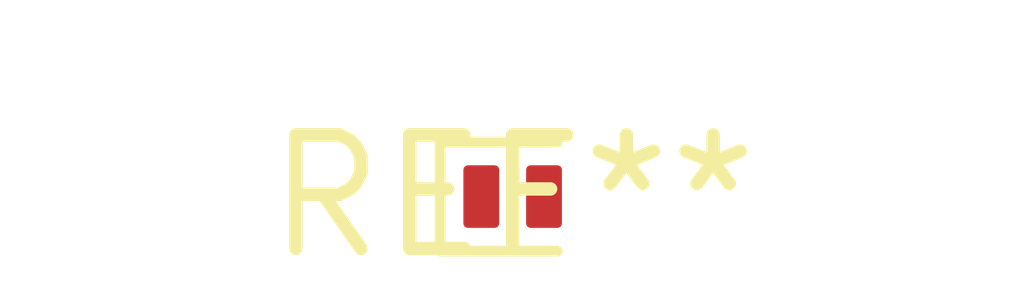
<source format=kicad_pcb>
(kicad_pcb (version 20240108) (generator pcbnew)
  (layers (0 "F.Cu" signal) (31 "B.Cu" signal) (34 "B.Paste" user) (35 "F.Paste" user) (36 "B.SilkS" user "B.Silkscreen") (37 "F.SilkS" user "F.Silkscreen") (38 "B.Mask" user) (39 "F.Mask" user) (44 "Edge.Cuts" user))
  (net 0 "")
  (footprint "D_SOD-882" (layer "F.Cu") (at 0 0)
    (property "Reference" "REF**")
    (property "Value" "D_SOD-882")
    (fp_line (start -0.81 -0.61) (end -0.81 0.61) (layer "F.SilkS") (stroke (width 0.12)))
    (fp_line (start -0.81 -0.61) (end 0.5 -0.61) (layer "F.SilkS") (stroke (width 0.12)))
    (fp_line (start -0.81 0.61) (end 0.5 0.61) (layer "F.SilkS") (stroke (width 0.12)))
    (pad "1" smd roundrect (at -0.35 0) (size 0.4 0.7) (layers "F.Cu" "F.Mask") (roundrect_rratio 0.125))
    (pad "2" smd roundrect (at 0.35 0) (size 0.4 0.7) (layers "F.Cu" "F.Mask") (roundrect_rratio 0.125))
  )
)
</source>
